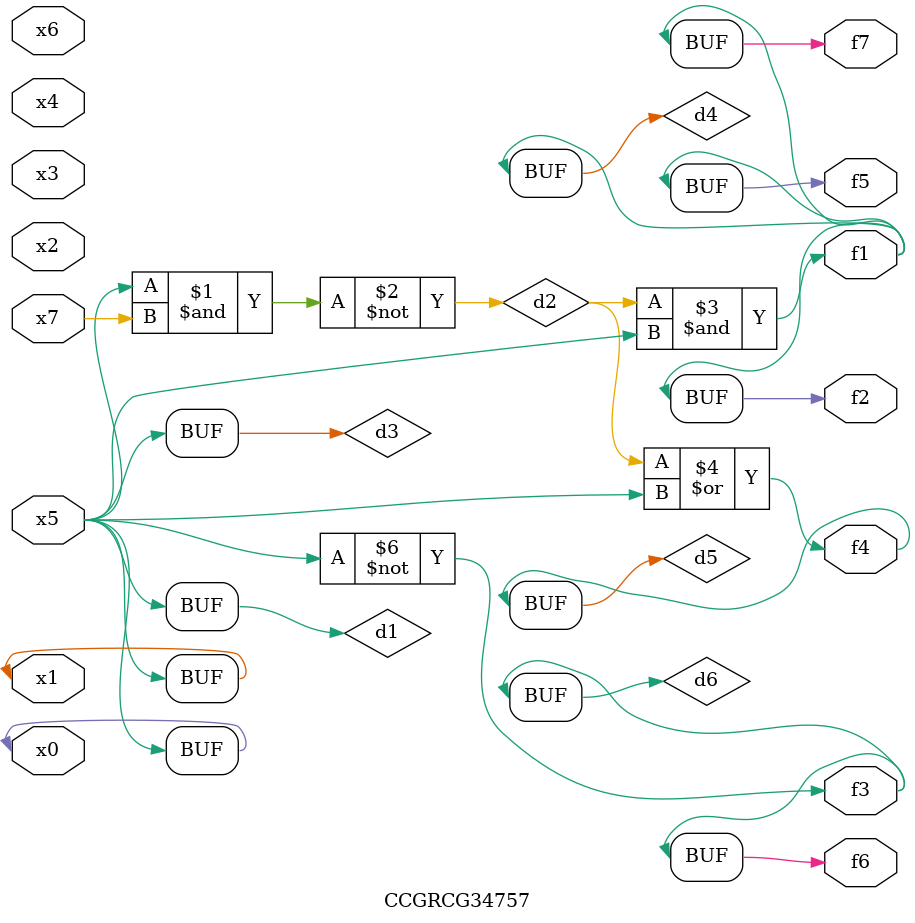
<source format=v>
module CCGRCG34757(
	input x0, x1, x2, x3, x4, x5, x6, x7,
	output f1, f2, f3, f4, f5, f6, f7
);

	wire d1, d2, d3, d4, d5, d6;

	buf (d1, x0, x5);
	nand (d2, x5, x7);
	buf (d3, x0, x1);
	and (d4, d2, d3);
	or (d5, d2, d3);
	nor (d6, d1, d3);
	assign f1 = d4;
	assign f2 = d4;
	assign f3 = d6;
	assign f4 = d5;
	assign f5 = d4;
	assign f6 = d6;
	assign f7 = d4;
endmodule

</source>
